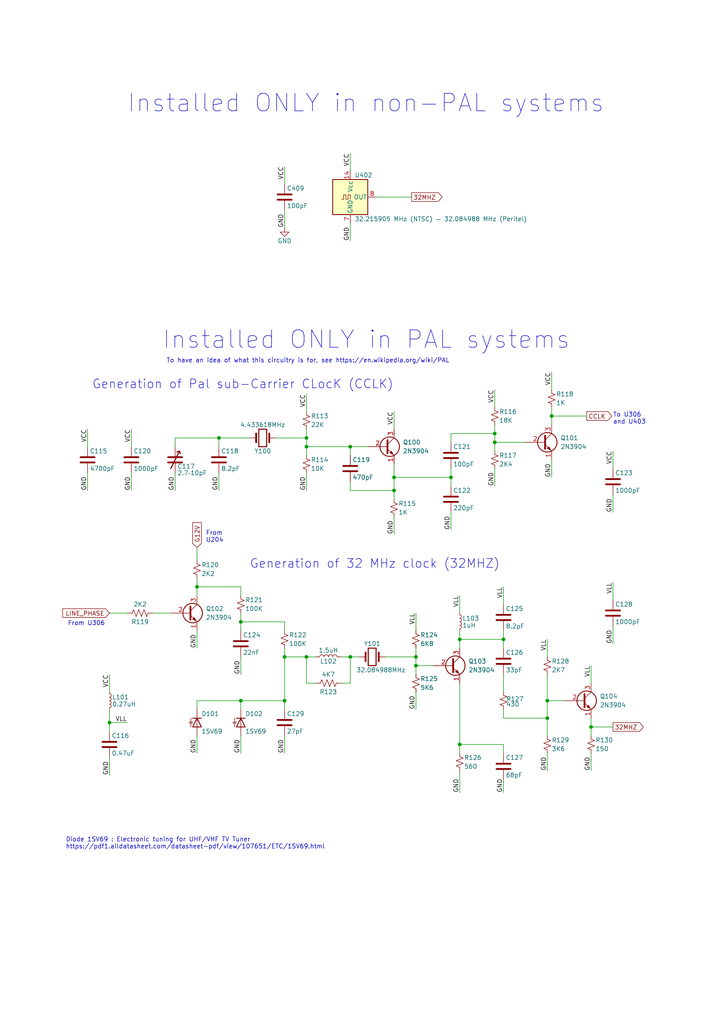
<source format=kicad_sch>
(kicad_sch (version 20230121) (generator eeschema)
  (paper "A4" portrait)
  (title_block (title "Converted schematics of Atari STE") (date "2021-08-31") (rev "1.0.0") (comment 1 "Reference : C300780-001"))
  (lib_symbols
    (symbol "Device:C" (pin_numbers hide) (pin_names (offset 0.254))
      (property "Reference" "C" (at 0.635 2.54 0))
      (property "Value" "C" (at 0.635 -2.54 0))
      (symbol "C_0_1"
        (polyline (pts (xy -2.032 -0.762) (xy 2.032 -0.762)) (stroke (width 0.508)))
        (polyline (pts (xy -2.032 0.762) (xy 2.032 0.762)) (stroke (width 0.508)))
      )
      (symbol "C_1_1"
        (pin passive line (at 0 3.81 270) (length 2.794) (name "~") (number "1"))
        (pin passive line (at 0 -3.81 90) (length 2.794) (name "~") (number "2"))
      )
    )
    (symbol "Device:C_Variable" (pin_numbers hide) (pin_names (offset 0.254) hide)
      (property "Reference" "C" (at 0.635 -1.905 0))
      (property "Value" "C_Variable" (at 0.635 -3.81 0))
      (symbol "C_Variable_0_1"
        (polyline (pts (xy -2.032 -0.762) (xy 2.032 -0.762)) (stroke (width 0.508)))
        (polyline (pts (xy -2.032 0.762) (xy 2.032 0.762)) (stroke (width 0.508)))
        (polyline (pts (xy 1.27 2.54) (xy -1.27 -2.54)) (stroke (width 0.3048)))
        (polyline (pts (xy 1.27 2.54) (xy 0.508 2.286)) (stroke (width 0.3048)))
        (polyline (pts (xy 1.27 2.54) (xy 1.524 1.778)) (stroke (width 0.3048)))
      )
      (symbol "C_Variable_1_1"
        (pin passive line (at 0 3.81 270) (length 3.048) (name "~") (number "1"))
        (pin passive line (at 0 -3.81 90) (length 3.048) (name "~") (number "2"))
      )
    )
    (symbol "Device:Crystal" (pin_numbers hide) (pin_names (offset 1.016) hide)
      (property "Reference" "Y" (at 0 3.81 0))
      (property "Value" "Crystal" (at 0 -3.81 0))
      (symbol "Crystal_0_1"
        (rectangle (start -1.143 2.54) (end 1.143 -2.54) (stroke (width 0.3048)))
        (polyline (pts (xy -2.54 0) (xy -1.905 0)))
        (polyline (pts (xy -1.905 -1.27) (xy -1.905 1.27)) (stroke (width 0.508)))
        (polyline (pts (xy 1.905 -1.27) (xy 1.905 1.27)) (stroke (width 0.508)))
        (polyline (pts (xy 2.54 0) (xy 1.905 0)))
      )
      (symbol "Crystal_1_1"
        (pin passive line (at -3.81 0 0) (length 1.27) (name "1") (number "1"))
        (pin passive line (at 3.81 0 180) (length 1.27) (name "2") (number "2"))
      )
    )
    (symbol "Device:D_Capacitance" (pin_numbers hide) (pin_names (offset 1.016) hide)
      (property "Reference" "D" (at 0 2.54 0))
      (property "Value" "D_Capacitance" (at 0 -3.302 0))
      (symbol "D_Capacitance_0_1"
        (polyline (pts (xy -1.27 -1.778) (xy -0.1524 -1.778)))
        (polyline (pts (xy -1.27 0) (xy 1.27 0)))
        (polyline (pts (xy -1.27 1.27) (xy -1.27 -1.27)) (stroke (width 0.254)))
        (polyline (pts (xy -0.1524 -1.27) (xy -0.1524 -2.286)))
        (polyline (pts (xy 0.1524 -1.778) (xy 1.27 -1.778)))
        (polyline (pts (xy 0.1524 -1.27) (xy 0.1524 -2.286)))
        (polyline (pts (xy 1.27 1.27) (xy 1.27 -1.27) (xy -1.27 0) (xy 1.27 1.27)) (stroke (width 0.254)))
      )
      (symbol "D_Capacitance_1_1"
        (pin passive line (at -3.81 0 0) (length 2.54) (name "K") (number "1"))
        (pin passive line (at 3.81 0 180) (length 2.54) (name "A") (number "2"))
      )
    )
    (symbol "Device:L" (pin_numbers hide) (pin_names (offset 1.016) hide)
      (property "Reference" "L" (at -1.27 0 90))
      (property "Value" "L" (at 1.905 0 90))
      (symbol "L_0_1"
        (arc (start 0 -2.54) (mid 0.6323 -1.905) (end 0 -1.27))
        (arc (start 0 -1.27) (mid 0.6323 -0.635) (end 0 0))
        (arc (start 0 0) (mid 0.6323 0.635) (end 0 1.27))
        (arc (start 0 1.27) (mid 0.6323 1.905) (end 0 2.54))
      )
      (symbol "L_1_1"
        (pin passive line (at 0 3.81 270) (length 1.27) (name "1") (number "1"))
        (pin passive line (at 0 -3.81 90) (length 1.27) (name "2") (number "2"))
      )
    )
    (symbol "Device:L_Small" (pin_numbers hide) (pin_names (offset 0.254) hide)
      (property "Reference" "L" (at 0.762 1.016 0))
      (property "Value" "L_Small" (at 0.762 -1.016 0))
      (symbol "L_Small_0_1"
        (arc (start 0 -2.032) (mid 0.5058 -1.524) (end 0 -1.016))
        (arc (start 0 -1.016) (mid 0.5058 -0.508) (end 0 0))
        (arc (start 0 0) (mid 0.5058 0.508) (end 0 1.016))
        (arc (start 0 1.016) (mid 0.5058 1.524) (end 0 2.032))
      )
      (symbol "L_Small_1_1"
        (pin passive line (at 0 2.54 270) (length 0.508) (name "~") (number "1"))
        (pin passive line (at 0 -2.54 90) (length 0.508) (name "~") (number "2"))
      )
    )
    (symbol "Device:Q_NPN_EBC" (pin_names (offset 0) hide)
      (property "Reference" "Q" (at 5.08 1.27 0))
      (property "Value" "Q_NPN_EBC" (at 5.08 -1.27 0))
      (symbol "Q_NPN_EBC_0_1"
        (polyline (pts (xy 0.635 0.635) (xy 2.54 2.54)))
        (polyline (pts (xy 0.635 -0.635) (xy 2.54 -2.54) (xy 2.54 -2.54)))
        (polyline (pts (xy 0.635 1.905) (xy 0.635 -1.905) (xy 0.635 -1.905)) (stroke (width 0.508)))
        (polyline (pts (xy 1.27 -1.778) (xy 1.778 -1.27) (xy 2.286 -2.286) (xy 1.27 -1.778) (xy 1.27 -1.778)) (fill (type outline)))
        (circle (center 1.27 0) (radius 2.8194) (stroke (width 0.254)))
      )
      (symbol "Q_NPN_EBC_1_1"
        (pin passive line (at 2.54 -5.08 90) (length 2.54) (name "E") (number "1"))
        (pin passive line (at -5.08 0 0) (length 5.715) (name "B") (number "2"))
        (pin passive line (at 2.54 5.08 270) (length 2.54) (name "C") (number "3"))
      )
    )
    (symbol "Device:R_Small_US" (pin_numbers hide) (pin_names (offset 0.254) hide)
      (property "Reference" "R" (at 0.762 0.508 0))
      (property "Value" "R_Small_US" (at 0.762 -1.016 0))
      (symbol "R_Small_US_1_1"
        (polyline (pts (xy 0 0) (xy 1.016 -0.381) (xy 0 -0.762) (xy -1.016 -1.143) (xy 0 -1.524)))
        (polyline (pts (xy 0 1.524) (xy 1.016 1.143) (xy 0 0.762) (xy -1.016 0.381) (xy 0 0)))
        (pin passive line (at 0 2.54 270) (length 1.016) (name "~") (number "1"))
        (pin passive line (at 0 -2.54 90) (length 1.016) (name "~") (number "2"))
      )
    )
    (symbol "Device:R_US" (pin_numbers hide) (pin_names (offset 0))
      (property "Reference" "R" (at 2.54 0 90))
      (property "Value" "R_US" (at -2.54 0 90))
      (symbol "R_US_0_1"
        (polyline (pts (xy 0 -2.286) (xy 0 -2.54)))
        (polyline (pts (xy 0 2.286) (xy 0 2.54)))
        (polyline (pts (xy 0 -0.762) (xy 1.016 -1.143) (xy 0 -1.524) (xy -1.016 -1.905) (xy 0 -2.286)))
        (polyline (pts (xy 0 0.762) (xy 1.016 0.381) (xy 0 0) (xy -1.016 -0.381) (xy 0 -0.762)))
        (polyline (pts (xy 0 2.286) (xy 1.016 1.905) (xy 0 1.524) (xy -1.016 1.143) (xy 0 0.762)))
      )
      (symbol "R_US_1_1"
        (pin passive line (at 0 3.81 270) (length 1.27) (name "~") (number "1"))
        (pin passive line (at 0 -3.81 90) (length 1.27) (name "~") (number "2"))
      )
    )
    (symbol "Oscillator:ACO-xxxMHz" (pin_names (offset 0.254))
      (property "Reference" "X" (at -5.08 6.35 0))
      (property "Value" "ACO-xxxMHz" (at 1.27 -6.35 0))
      (symbol "ACO-xxxMHz_0_1"
        (rectangle (start -5.08 5.08) (end 5.08 -5.08) (stroke (width 0.254)) (fill (type background)))
        (polyline (pts (xy -2.54 -0.635) (xy -1.905 -0.635) (xy -1.905 0.635) (xy -1.27 0.635) (xy -1.27 -0.635) (xy -0.635 -0.635) (xy -0.635 0.635) (xy 0 0.635) (xy 0 -0.635)))
      )
      (symbol "ACO-xxxMHz_1_1"
        (pin no_connect line (at -5.08 2.54 0) (length 2.54) hide (name "NC") (number "1"))
        (pin power_in line (at 0 7.62 270) (length 2.54) (name "Vcc") (number "14"))
        (pin power_in line (at 0 -7.62 90) (length 2.54) (name "GND") (number "7"))
        (pin output line (at 7.62 0 180) (length 2.54) (name "OUT") (number "8"))
      )
    )
    (symbol "power:GND" (power) (pin_names (offset 0))
      (property "Value" "GND" (at 0 -3.81 0))
      (symbol "GND_0_1"
        (polyline (pts (xy 0 0) (xy 0 -1.27) (xy 1.27 -1.27) (xy 0 -2.54) (xy -1.27 -1.27) (xy 0 -1.27)))
      )
      (symbol "GND_1_1"
        (pin power_in line (at 0 0 270) (length 0) hide (name "GND") (number "1"))
      )
    )
  )
  (junction (at 88.9 190.5))
  (junction (at 82.55 203.2))
  (junction (at 158.75 203.2))
  (junction (at 120.65 193.04))
  (junction (at 82.55 190.5))
  (junction (at 57.15 170.18))
  (junction (at 101.6 129.54))
  (junction (at 101.6 190.5))
  (junction (at 133.35 185.42))
  (junction (at 160.02 120.65))
  (junction (at 88.9 127))
  (junction (at 171.45 210.82))
  (junction (at 146.05 185.42))
  (junction (at 88.9 129.54))
  (junction (at 143.51 128.27))
  (junction (at 31.75 209.55))
  (junction (at 143.51 125.73))
  (junction (at 133.35 215.9))
  (junction (at 130.81 138.43))
  (junction (at 114.3 142.24))
  (junction (at 69.85 180.34))
  (junction (at 120.65 190.5))
  (junction (at 63.5 127))
  (junction (at 114.3 138.43))
  (junction (at 69.85 203.2))
  (junction (at 158.75 208.28))
  (wire (pts (xy 143.51 125.73) (xy 143.51 128.27)))
  (wire (pts (xy 88.9 190.5) (xy 88.9 198.12)))
  (wire (pts (xy 82.55 180.34) (xy 82.55 182.88)))
  (wire (pts (xy 57.15 167.64) (xy 57.15 170.18)))
  (wire (pts (xy 160.02 133.35) (xy 160.02 138.43)))
  (wire (pts (xy 146.05 205.74) (xy 146.05 208.28)))
  (wire (pts (xy 120.65 187.96) (xy 120.65 190.5)))
  (wire (pts (xy 171.45 210.82) (xy 177.8 210.82)))
  (wire (pts (xy 120.65 190.5) (xy 120.65 193.04)))
  (wire (pts (xy 57.15 170.18) (xy 69.85 170.18)))
  (wire (pts (xy 133.35 198.12) (xy 133.35 215.9)))
  (wire (pts (xy 82.55 190.5) (xy 88.9 190.5)))
  (wire (pts (xy 177.8 173.99) (xy 177.8 168.91)))
  (wire (pts (xy 88.9 127) (xy 88.9 129.54)))
  (wire (pts (xy 158.75 185.42) (xy 158.75 190.5)))
  (wire (pts (xy 143.51 113.03) (xy 143.51 118.11)))
  (wire (pts (xy 57.15 158.75) (xy 57.15 162.56)))
  (wire (pts (xy 38.1 129.54) (xy 38.1 124.46)))
  (wire (pts (xy 82.55 60.96) (xy 82.55 66.04)))
  (wire (pts (xy 143.51 128.27) (xy 152.4 128.27)))
  (wire (pts (xy 171.45 218.44) (xy 171.45 223.52)))
  (wire (pts (xy 69.85 180.34) (xy 69.85 177.8)))
  (wire (pts (xy 114.3 138.43) (xy 114.3 142.24)))
  (wire (pts (xy 80.01 127) (xy 88.9 127)))
  (wire (pts (xy 63.5 127) (xy 72.39 127)))
  (wire (pts (xy 158.75 208.28) (xy 158.75 213.36)))
  (wire (pts (xy 160.02 120.65) (xy 170.18 120.65)))
  (wire (pts (xy 101.6 132.08) (xy 101.6 129.54)))
  (wire (pts (xy 146.05 208.28) (xy 158.75 208.28)))
  (wire (pts (xy 101.6 142.24) (xy 101.6 139.7)))
  (wire (pts (xy 50.8 142.24) (xy 50.8 137.16)))
  (wire (pts (xy 99.06 198.12) (xy 101.6 198.12)))
  (wire (pts (xy 69.85 170.18) (xy 69.85 172.72)))
  (wire (pts (xy 31.75 224.79) (xy 31.75 219.71)))
  (wire (pts (xy 171.45 210.82) (xy 171.45 213.36)))
  (wire (pts (xy 133.35 215.9) (xy 146.05 215.9)))
  (wire (pts (xy 63.5 142.24) (xy 63.5 137.16)))
  (wire (pts (xy 50.8 129.54) (xy 50.8 127)))
  (wire (pts (xy 31.75 209.55) (xy 31.75 212.09)))
  (wire (pts (xy 114.3 149.86) (xy 114.3 154.94)))
  (wire (pts (xy 88.9 198.12) (xy 91.44 198.12)))
  (wire (pts (xy 143.51 128.27) (xy 143.51 130.81)))
  (wire (pts (xy 133.35 185.42) (xy 133.35 187.96)))
  (wire (pts (xy 158.75 203.2) (xy 163.83 203.2)))
  (wire (pts (xy 146.05 182.88) (xy 146.05 185.42)))
  (wire (pts (xy 69.85 203.2) (xy 57.15 203.2)))
  (wire (pts (xy 177.8 148.59) (xy 177.8 143.51)))
  (wire (pts (xy 130.81 125.73) (xy 143.51 125.73)))
  (wire (pts (xy 120.65 200.66) (xy 120.65 205.74)))
  (wire (pts (xy 146.05 185.42) (xy 146.05 187.96)))
  (wire (pts (xy 63.5 127) (xy 63.5 129.54)))
  (wire (pts (xy 143.51 123.19) (xy 143.51 125.73)))
  (wire (pts (xy 25.4 124.46) (xy 25.4 129.54)))
  (wire (pts (xy 130.81 138.43) (xy 130.81 140.97)))
  (wire (pts (xy 130.81 148.59) (xy 130.81 153.67)))
  (wire (pts (xy 57.15 203.2) (xy 57.15 205.74)))
  (wire (pts (xy 101.6 129.54) (xy 106.68 129.54)))
  (wire (pts (xy 82.55 48.26) (xy 82.55 53.34)))
  (wire (pts (xy 146.05 195.58) (xy 146.05 200.66)))
  (wire (pts (xy 111.76 190.5) (xy 120.65 190.5)))
  (wire (pts (xy 88.9 114.3) (xy 88.9 119.38)))
  (wire (pts (xy 160.02 107.95) (xy 160.02 113.03)))
  (wire (pts (xy 133.35 185.42) (xy 146.05 185.42)))
  (wire (pts (xy 101.6 44.45) (xy 101.6 49.53)))
  (wire (pts (xy 114.3 142.24) (xy 114.3 144.78)))
  (wire (pts (xy 38.1 142.24) (xy 38.1 137.16)))
  (wire (pts (xy 158.75 218.44) (xy 158.75 223.52)))
  (wire (pts (xy 177.8 135.89) (xy 177.8 130.81)))
  (wire (pts (xy 133.35 215.9) (xy 133.35 218.44)))
  (wire (pts (xy 130.81 135.89) (xy 130.81 138.43)))
  (wire (pts (xy 69.85 182.88) (xy 69.85 180.34)))
  (wire (pts (xy 114.3 119.38) (xy 114.3 124.46)))
  (wire (pts (xy 57.15 182.88) (xy 57.15 187.96)))
  (wire (pts (xy 160.02 118.11) (xy 160.02 120.65)))
  (wire (pts (xy 69.85 218.44) (xy 69.85 213.36)))
  (wire (pts (xy 82.55 190.5) (xy 82.55 187.96)))
  (wire (pts (xy 133.35 182.88) (xy 133.35 185.42)))
  (wire (pts (xy 158.75 195.58) (xy 158.75 203.2)))
  (wire (pts (xy 25.4 137.16) (xy 25.4 142.24)))
  (wire (pts (xy 146.05 170.18) (xy 146.05 175.26)))
  (wire (pts (xy 143.51 135.89) (xy 143.51 140.97)))
  (wire (pts (xy 101.6 190.5) (xy 104.14 190.5)))
  (wire (pts (xy 50.8 127) (xy 63.5 127)))
  (wire (pts (xy 133.35 172.72) (xy 133.35 177.8)))
  (wire (pts (xy 114.3 142.24) (xy 101.6 142.24)))
  (wire (pts (xy 82.55 203.2) (xy 82.55 190.5)))
  (wire (pts (xy 160.02 120.65) (xy 160.02 123.19)))
  (wire (pts (xy 44.45 177.8) (xy 49.53 177.8)))
  (wire (pts (xy 31.75 195.58) (xy 31.75 200.66)))
  (wire (pts (xy 133.35 229.87) (xy 133.35 223.52)))
  (wire (pts (xy 109.22 57.15) (xy 119.38 57.15)))
  (wire (pts (xy 82.55 218.44) (xy 82.55 213.36)))
  (wire (pts (xy 57.15 218.44) (xy 57.15 213.36)))
  (wire (pts (xy 82.55 205.74) (xy 82.55 203.2)))
  (wire (pts (xy 120.65 193.04) (xy 120.65 195.58)))
  (wire (pts (xy 69.85 195.58) (xy 69.85 190.5)))
  (wire (pts (xy 88.9 137.16) (xy 88.9 142.24)))
  (wire (pts (xy 69.85 203.2) (xy 69.85 205.74)))
  (wire (pts (xy 101.6 64.77) (xy 101.6 69.85)))
  (wire (pts (xy 88.9 190.5) (xy 91.44 190.5)))
  (wire (pts (xy 31.75 209.55) (xy 36.83 209.55)))
  (wire (pts (xy 101.6 198.12) (xy 101.6 190.5)))
  (wire (pts (xy 146.05 215.9) (xy 146.05 218.44)))
  (wire (pts (xy 114.3 134.62) (xy 114.3 138.43)))
  (wire (pts (xy 171.45 208.28) (xy 171.45 210.82)))
  (wire (pts (xy 31.75 205.74) (xy 31.75 209.55)))
  (wire (pts (xy 146.05 229.87) (xy 146.05 226.06)))
  (wire (pts (xy 57.15 170.18) (xy 57.15 172.72)))
  (wire (pts (xy 114.3 138.43) (xy 130.81 138.43)))
  (wire (pts (xy 88.9 124.46) (xy 88.9 127)))
  (wire (pts (xy 130.81 128.27) (xy 130.81 125.73)))
  (wire (pts (xy 177.8 186.69) (xy 177.8 181.61)))
  (wire (pts (xy 82.55 203.2) (xy 69.85 203.2)))
  (wire (pts (xy 88.9 129.54) (xy 88.9 132.08)))
  (wire (pts (xy 171.45 193.04) (xy 171.45 198.12)))
  (wire (pts (xy 120.65 177.8) (xy 120.65 182.88)))
  (wire (pts (xy 158.75 203.2) (xy 158.75 208.28)))
  (wire (pts (xy 120.65 193.04) (xy 125.73 193.04)))
  (wire (pts (xy 88.9 129.54) (xy 101.6 129.54)))
  (wire (pts (xy 31.75 177.8) (xy 36.83 177.8)))
  (wire (pts (xy 69.85 180.34) (xy 82.55 180.34)))
  (wire (pts (xy 99.06 190.5) (xy 101.6 190.5)))
  (text "Installed ONLY in non-PAL systems" (at 36.83 33.02 0) (effects (font (size 5.08 5.08)) (justify left bottom)))
  (text "From \nU204" (at 59.69 157.48 0) (effects (font (size 1.27 1.27)) (justify left bottom)))
  (text "Diode 1SV69 : Electronic tuning for UHF/VHF TV Tuner\nhttps://pdf1.alldatasheet.com/datasheet-pdf/view/107651/ETC/1SV69.html" (at 19.05 246.38 0) (effects (font (size 1.27 1.27)) (justify left bottom)))
  (text "Generation of Pal sub-Carrier CLocK (CCLK)" (at 26.67 113.03 0) (effects (font (size 2.54 2.54)) (justify left bottom)))
  (text "Generation of 32 MHz clock (32MHZ)" (at 72.39 165.1 0) (effects (font (size 2.54 2.54)) (justify left bottom)))
  (text "From U306" (at 30.48 181.61 0) (effects (font (size 1.27 1.27)) (justify right bottom)))
  (text "To U306\nand U403" (at 177.8 123.19 0) (effects (font (size 1.27 1.27)) (justify left bottom)))
  (text "Installed ONLY in PAL systems" (at 46.99 101.6 0) (effects (font (size 5.08 5.08)) (justify left bottom)))
  (text "To have an idea of what this circuitry is for, see https://en.wikipedia.org/wiki/PAL" (at 48.26 105.41 0) (effects (font (size 1.27 1.27)) (justify left bottom)))
  (label "GND" (at 25.4 142.24 90))
  (label "GND" (at 31.75 224.79 90))
  (label "GND" (at 114.3 154.94 90))
  (label "VLL" (at 146.05 170.18 270))
  (label "VCC" (at 177.8 130.81 270))
  (label "GND" (at 63.5 142.24 90))
  (label "GND" (at 177.8 148.59 90))
  (label "GND" (at 146.05 229.87 90))
  (label "VCC" (at 82.55 48.26 270))
  (label "VLL" (at 158.75 185.42 270))
  (label "VCC" (at 160.02 107.95 270))
  (label "VLL" (at 36.83 209.55 180))
  (label "GND" (at 160.02 138.43 90))
  (label "GND" (at 82.55 218.44 90))
  (label "VCC" (at 101.6 44.45 270))
  (label "VLL" (at 171.45 193.04 270))
  (label "VCC" (at 88.9 114.3 270))
  (label "GND" (at 50.8 142.24 90))
  (label "GND" (at 82.55 66.04 90))
  (label "GND" (at 130.81 153.67 90))
  (label "GND" (at 177.8 186.69 90))
  (label "VLL" (at 177.8 168.91 270))
  (label "GND" (at 143.51 140.97 90))
  (label "VCC" (at 114.3 119.38 270))
  (label "GND" (at 171.45 223.52 90))
  (label "VCC" (at 25.4 124.46 270))
  (label "GND" (at 57.15 218.44 90))
  (label "VLL" (at 133.35 172.72 270))
  (label "GND" (at 69.85 195.58 90))
  (label "GND" (at 38.1 142.24 90))
  (label "VLL" (at 120.65 177.8 270))
  (label "VCC" (at 31.75 195.58 270))
  (label "GND" (at 57.15 187.96 90))
  (label "GND" (at 101.6 69.85 90))
  (label "GND" (at 133.35 229.87 90))
  (label "VCC" (at 143.51 113.03 270))
  (label "GND" (at 158.75 223.52 90))
  (label "GND" (at 120.65 205.74 90))
  (label "GND" (at 69.85 218.44 90))
  (label "VCC" (at 38.1 124.46 270))
  (label "GND" (at 88.9 142.24 90))
  (global_label "CCLK" (shape output) (at 170.18 120.65 0) (property "Intersheetrefs" "${INTERSHEET_REFS}" (effects hide)))
  (global_label "32MHZ" (shape output) (at 119.38 57.15 0) (property "Intersheetrefs" "${INTERSHEET_REFS}" (effects hide)))
  (global_label "LINE_PHASE" (shape input) (at 31.75 177.8 180) (property "Intersheetrefs" "${INTERSHEET_REFS}" (effects hide)))
  (global_label "G12V" (shape input) (at 57.15 158.75 90) (property "Intersheetrefs" "${INTERSHEET_REFS}" (effects hide)))
  (global_label "32MHZ" (shape output) (at 177.8 210.82 0) (property "Intersheetrefs" "${INTERSHEET_REFS}" (effects hide)))
  (symbol (lib_id "Device:C") (at 25.4 133.35 0) (unit 1)
    (property "Reference" "C115" (at 26.035 130.81 0) (effects (justify left)))
    (property "Value" "4700pF" (at 26.035 135.89 0) (effects (justify left)))
    (property "Footprint" "commons_passives_THT:Passive_THT_capacitor_W2.54mm_L10.16mm" (effects hide))
  )
  (symbol (lib_id "Device:C") (at 38.1 133.35 0) (unit 1)
    (property "Reference" "C120" (at 38.735 130.81 0) (effects (justify left)))
    (property "Value" "1000pF" (at 38.735 135.89 0) (effects (justify left)))
    (property "Footprint" "commons_passives_THT:Passive_THT_capacitor_W2.54mm_L12.70mm" (effects hide))
  )
  (symbol (lib_id "Device:R_Small_US") (at 88.9 121.92 0) (unit 1)
    (property "Reference" "R113" (at 90.17 120.65 0) (effects (justify left)))
    (property "Value" "22K" (at 90.17 123.19 0) (effects (justify left)))
    (property "Footprint" "commons_passives_THT:Passive_THT_resistor_W2.54mm_L12.70mm" (effects hide))
  )
  (symbol (lib_id "Device:R_Small_US") (at 88.9 134.62 0) (unit 1)
    (property "Reference" "R114" (at 90.17 133.35 0) (effects (justify left)))
    (property "Value" "10K" (at 90.17 135.89 0) (effects (justify left)))
    (property "Footprint" "commons_passives_THT:Passive_THT_resistor_W2.54mm_L12.70mm" (effects hide))
  )
  (symbol (lib_id "Device:R_Small_US") (at 143.51 120.65 0) (unit 1)
    (property "Reference" "R116" (at 144.78 119.38 0) (effects (justify left)))
    (property "Value" "18K" (at 144.78 121.92 0) (effects (justify left)))
    (property "Footprint" "commons_passives_THT:Passive_THT_resistor_W2.54mm_L12.70mm" (effects hide))
  )
  (symbol (lib_id "Device:R_Small_US") (at 143.51 133.35 0) (unit 1)
    (property "Reference" "R117" (at 144.78 132.08 0) (effects (justify left)))
    (property "Value" "2K4" (at 144.78 134.62 0) (effects (justify left)))
    (property "Footprint" "commons_passives_THT:Passive_THT_resistor_W2.54mm_L12.70mm" (effects hide))
  )
  (symbol (lib_id "Device:Crystal") (at 76.2 127 180) (unit 1)
    (property "Reference" "Y100" (at 76.2 130.81 0))
    (property "Value" "4.433618MHz" (at 76.2 123.19 0))
    (property "Footprint" "Crystal:Crystal_HC18-U_Horizontal" (effects hide))
  )
  (symbol (lib_id "Device:C") (at 63.5 133.35 0) (unit 1)
    (property "Reference" "C118" (at 64.135 130.81 0) (effects (justify left)))
    (property "Value" "8.2pF" (at 64.135 135.89 0) (effects (justify left)))
    (property "Footprint" "commons_passives_THT:Passive_THT_capacitor_W2.54mm_L12.70mm" (effects hide))
  )
  (symbol (lib_id "Device:C_Variable") (at 50.8 133.35 0) (unit 1)
    (property "Reference" "C117" (at 51.435 135.255 0) (effects (justify left)))
    (property "Value" "2.7–10pF" (at 51.435 137.16 0) (effects (justify left)))
    (property "Footprint" "commons_passives_THT:Passive_THT_variable_capacitor_rad_D7.62mm_P5.08mm" (effects hide))
  )
  (symbol (lib_id "Device:Q_NPN_EBC") (at 111.76 129.54 0) (unit 1)
    (property "Reference" "Q100" (at 116.84 128.27 0) (effects (justify left)))
    (property "Value" "2N3904" (at 116.84 130.81 0) (effects (justify left)))
    (property "Footprint" "Package_TO_SOT_THT:TO-92_Inline_Wide" (effects hide))
  )
  (symbol (lib_id "Device:C") (at 101.6 135.89 0) (unit 1)
    (property "Reference" "C119" (at 102.235 133.35 0) (effects (justify left)))
    (property "Value" "470pF" (at 102.235 138.43 0) (effects (justify left)))
    (property "Footprint" "commons_passives_THT:Passive_THT_capacitor_W2.54mm_L12.70mm" (effects hide))
  )
  (symbol (lib_id "Device:R_Small_US") (at 114.3 147.32 0) (unit 1)
    (property "Reference" "R115" (at 115.57 146.05 0) (effects (justify left)))
    (property "Value" "1K" (at 115.57 148.59 0) (effects (justify left)))
    (property "Footprint" "commons_passives_THT:Passive_THT_resistor_W2.54mm_L12.70mm" (effects hide))
  )
  (symbol (lib_id "Device:C") (at 130.81 132.08 0) (unit 1)
    (property "Reference" "C121" (at 131.445 129.54 0) (effects (justify left)))
    (property "Value" "100pF" (at 131.445 134.62 0) (effects (justify left)))
    (property "Footprint" "commons_passives_THT:Passive_THT_capacitor_W2.54mm_L10.16mm" (effects hide))
  )
  (symbol (lib_id "Device:C") (at 130.81 144.78 0) (unit 1)
    (property "Reference" "C122" (at 131.445 142.24 0) (effects (justify left)))
    (property "Value" "220pF" (at 131.445 147.32 0) (effects (justify left)))
    (property "Footprint" "commons_passives_THT:Passive_THT_capacitor_W2.54mm_L12.70mm" (effects hide))
  )
  (symbol (lib_id "Device:Q_NPN_EBC") (at 157.48 128.27 0) (unit 1)
    (property "Reference" "Q101" (at 162.56 127 0) (effects (justify left)))
    (property "Value" "2N3904" (at 162.56 129.54 0) (effects (justify left)))
    (property "Footprint" "Package_TO_SOT_THT:TO-92_Inline_Wide" (effects hide))
  )
  (symbol (lib_id "Device:R_Small_US") (at 160.02 115.57 0) (unit 1)
    (property "Reference" "R118" (at 161.29 114.3 0) (effects (justify left)))
    (property "Value" "1K" (at 161.29 116.84 0) (effects (justify left)))
    (property "Footprint" "commons_passives_THT:Passive_THT_resistor_W2.54mm_L12.70mm" (effects hide))
  )
  (symbol (lib_id "Device:L_Small") (at 31.75 203.2 0) (unit 1)
    (property "Reference" "L101" (at 32.512 202.184 0) (effects (justify left)))
    (property "Value" "0.27uH" (at 32.512 204.216 0) (effects (justify left)))
    (property "Footprint" "commons_passives_THT:Passive_THT_inductor_W5.08mm_L15.24mm" (effects hide))
  )
  (symbol (lib_id "Device:C") (at 31.75 215.9 0) (unit 1)
    (property "Reference" "C116" (at 32.385 213.36 0) (effects (justify left)))
    (property "Value" "0.47uF" (at 32.385 218.44 0) (effects (justify left)))
    (property "Footprint" "commons_passives_THT:Passive_THT_capacitor_mlcc_W2.54mm_L10.16mm" (effects hide))
  )
  (symbol (lib_id "Device:R_US") (at 40.64 177.8 270) (unit 1)
    (property "Reference" "R119" (at 40.64 180.34 90))
    (property "Value" "2K2" (at 40.64 175.26 90))
    (property "Footprint" "commons_passives_THT:Passive_THT_resistor_W2.54mm_L12.70mm" (effects hide))
  )
  (symbol (lib_id "Device:Q_NPN_EBC") (at 54.61 177.8 0) (unit 1)
    (property "Reference" "Q102" (at 59.69 176.53 0) (effects (justify left)))
    (property "Value" "2N3904" (at 59.69 179.07 0) (effects (justify left)))
    (property "Footprint" "Package_TO_SOT_THT:TO-92_Inline_Wide" (effects hide))
  )
  (symbol (lib_id "Device:R_Small_US") (at 57.15 165.1 0) (unit 1)
    (property "Reference" "R120" (at 58.42 163.83 0) (effects (justify left)))
    (property "Value" "2K2" (at 58.42 166.37 0) (effects (justify left)))
    (property "Footprint" "commons_passives_THT:Passive_THT_resistor_W2.54mm_L12.70mm" (effects hide))
  )
  (symbol (lib_id "Device:R_Small_US") (at 69.85 175.26 0) (unit 1)
    (property "Reference" "R121" (at 71.12 173.99 0) (effects (justify left)))
    (property "Value" "100K" (at 71.12 176.53 0) (effects (justify left)))
    (property "Footprint" "commons_passives_THT:Passive_THT_resistor_W2.54mm_L12.70mm" (effects hide))
  )
  (symbol (lib_id "Device:C") (at 69.85 186.69 0) (unit 1)
    (property "Reference" "C124" (at 70.485 184.15 0) (effects (justify left)))
    (property "Value" "22nF" (at 70.485 189.23 0) (effects (justify left)))
    (property "Footprint" "commons_passives_THT:Passive_THT_capacitor_W2.54mm_L10.16mm" (effects hide))
  )
  (symbol (lib_id "Device:R_Small_US") (at 82.55 185.42 0) (unit 1)
    (property "Reference" "R122" (at 83.82 184.15 0) (effects (justify left)))
    (property "Value" "100K" (at 83.82 186.69 0) (effects (justify left)))
    (property "Footprint" "commons_passives_THT:Passive_THT_resistor_W2.54mm_L12.70mm" (effects hide))
  )
  (symbol (lib_id "Device:L") (at 95.25 190.5 90) (unit 1)
    (property "Reference" "L102" (at 95.25 191.77 90))
    (property "Value" "1.5uH" (at 95.25 188.595 90))
    (property "Footprint" "commons_passives_THT:Passive_THT_inductor_W5.08mm_L15.24mm" (effects hide))
  )
  (symbol (lib_id "Device:R_US") (at 95.25 198.12 270) (unit 1)
    (property "Reference" "R123" (at 95.25 200.66 90))
    (property "Value" "4K7" (at 95.25 195.58 90))
    (property "Footprint" "commons_passives_THT:Passive_THT_resistor_W2.54mm_L12.70mm" (effects hide))
  )
  (symbol (lib_id "Device:C") (at 82.55 209.55 0) (unit 1)
    (property "Reference" "C129" (at 83.185 207.01 0) (effects (justify left)))
    (property "Value" "27pF" (at 83.185 212.09 0) (effects (justify left)))
    (property "Footprint" "commons_passives_THT:Passive_THT_capacitor_W2.54mm_L10.16mm" (effects hide))
  )
  (symbol (lib_id "Device:D_Capacitance") (at 69.85 209.55 270) (unit 1)
    (property "Reference" "D102" (at 71.12 207.01 90) (effects (justify left)))
    (property "Value" "1SV69" (at 71.12 212.09 90) (effects (justify left)))
    (property "Footprint" "commons_passives_THT:Passive_THT_diode_W2.54mm_L12.70mm" (effects hide))
  )
  (symbol (lib_id "Device:D_Capacitance") (at 57.15 209.55 270) (unit 1)
    (property "Reference" "D101" (at 58.42 207.01 90) (effects (justify left)))
    (property "Value" "1SV69" (at 58.42 212.09 90) (effects (justify left)))
    (property "Footprint" "commons_passives_THT:Passive_THT_diode_W2.54mm_L12.70mm" (effects hide))
  )
  (symbol (lib_id "Device:Crystal") (at 107.95 190.5 0) (unit 1)
    (property "Reference" "Y101" (at 107.95 186.69 0))
    (property "Value" "32.084988MHz" (at 110.49 194.31 0))
    (property "Footprint" "Crystal:Crystal_HC18-U_Horizontal" (effects hide))
  )
  (symbol (lib_id "Device:R_Small_US") (at 120.65 185.42 0) (unit 1)
    (property "Reference" "R124" (at 121.92 184.15 0) (effects (justify left)))
    (property "Value" "6K8" (at 121.92 186.69 0) (effects (justify left)))
    (property "Footprint" "commons_passives_THT:Passive_THT_resistor_W2.54mm_L12.70mm" (effects hide))
  )
  (symbol (lib_id "Device:R_Small_US") (at 120.65 198.12 0) (unit 1)
    (property "Reference" "R125" (at 121.92 196.85 0) (effects (justify left)))
    (property "Value" "5K6" (at 121.92 199.39 0) (effects (justify left)))
    (property "Footprint" "commons_passives_THT:Passive_THT_resistor_W2.54mm_L12.70mm" (effects hide))
  )
  (symbol (lib_id "Device:Q_NPN_EBC") (at 130.81 193.04 0) (unit 1)
    (property "Reference" "Q103" (at 135.89 191.77 0) (effects (justify left)))
    (property "Value" "2N3904" (at 135.89 194.31 0) (effects (justify left)))
    (property "Footprint" "Package_TO_SOT_THT:TO-92_Inline_Wide" (effects hide))
  )
  (symbol (lib_id "Device:L_Small") (at 133.35 180.34 0) (unit 1)
    (property "Reference" "L103" (at 134.112 179.324 0) (effects (justify left)))
    (property "Value" "1uH" (at 134.112 181.356 0) (effects (justify left)))
    (property "Footprint" "commons_passives_THT:Passive_THT_inductor_W5.08mm_L15.24mm" (effects hide))
  )
  (symbol (lib_id "Device:R_Small_US") (at 133.35 220.98 0) (unit 1)
    (property "Reference" "R126" (at 134.62 219.71 0) (effects (justify left)))
    (property "Value" "560" (at 134.62 222.25 0) (effects (justify left)))
    (property "Footprint" "commons_passives_THT:Passive_THT_resistor_W2.54mm_L12.70mm" (effects hide))
  )
  (symbol (lib_id "Device:C") (at 146.05 222.25 0) (unit 1)
    (property "Reference" "C127" (at 146.685 219.71 0) (effects (justify left)))
    (property "Value" "68pF" (at 146.685 224.79 0) (effects (justify left)))
    (property "Footprint" "commons_passives_THT:Passive_THT_capacitor_W2.54mm_L10.16mm" (effects hide))
  )
  (symbol (lib_id "Device:C") (at 146.05 179.07 0) (unit 1)
    (property "Reference" "C125" (at 146.685 176.53 0) (effects (justify left)))
    (property "Value" "8.2pF" (at 146.685 181.61 0) (effects (justify left)))
    (property "Footprint" "commons_passives_THT:Passive_THT_capacitor_W2.54mm_L10.16mm" (effects hide))
  )
  (symbol (lib_id "Device:C") (at 146.05 191.77 0) (unit 1)
    (property "Reference" "C126" (at 146.685 189.23 0) (effects (justify left)))
    (property "Value" "33pF" (at 146.685 194.31 0) (effects (justify left)))
    (property "Footprint" "commons_passives_THT:Passive_THT_capacitor_W2.54mm_L10.16mm" (effects hide))
  )
  (symbol (lib_id "Device:R_Small_US") (at 146.05 203.2 0) (unit 1)
    (property "Reference" "R127" (at 146.812 202.692 0) (effects (justify left)))
    (property "Value" "430" (at 146.812 204.216 0) (effects (justify left)))
    (property "Footprint" "commons_passives_THT:Passive_THT_resistor_W2.54mm_L12.70mm" (effects hide))
  )
  (symbol (lib_id "Device:R_Small_US") (at 158.75 193.04 0) (unit 1)
    (property "Reference" "R128" (at 160.02 191.77 0) (effects (justify left)))
    (property "Value" "2K7" (at 160.02 194.31 0) (effects (justify left)))
    (property "Footprint" "commons_passives_THT:Passive_THT_resistor_W2.54mm_L12.70mm" (effects hide))
  )
  (symbol (lib_id "Device:R_Small_US") (at 158.75 215.9 0) (unit 1)
    (property "Reference" "R129" (at 160.02 214.63 0) (effects (justify left)))
    (property "Value" "3K6" (at 160.02 217.17 0) (effects (justify left)))
    (property "Footprint" "commons_passives_THT:Passive_THT_resistor_W2.54mm_L12.70mm" (effects hide))
  )
  (symbol (lib_id "Device:Q_NPN_EBC") (at 168.91 203.2 0) (unit 1)
    (property "Reference" "Q104" (at 173.99 201.93 0) (effects (justify left)))
    (property "Value" "2N3904" (at 173.99 204.47 0) (effects (justify left)))
    (property "Footprint" "Package_TO_SOT_THT:TO-92_Inline_Wide" (effects hide))
  )
  (symbol (lib_id "Device:R_Small_US") (at 171.45 215.9 0) (unit 1)
    (property "Reference" "R130" (at 172.72 214.63 0) (effects (justify left)))
    (property "Value" "150" (at 172.72 217.17 0) (effects (justify left)))
    (property "Footprint" "commons_passives_THT:Passive_THT_resistor_W2.54mm_L12.70mm" (effects hide))
  )
  (symbol (lib_id "Device:C") (at 177.8 139.7 0) (unit 1)
    (property "Reference" "C123" (at 178.435 137.16 0) (effects (justify left)))
    (property "Value" "1000pF" (at 178.435 142.24 0) (effects (justify left)))
    (property "Footprint" "commons_passives_THT:Passive_THT_capacitor_W2.54mm_L10.16mm" (effects hide))
  )
  (symbol (lib_id "Device:C") (at 177.8 177.8 0) (unit 1)
    (property "Reference" "C128" (at 178.435 175.26 0) (effects (justify left)))
    (property "Value" "1000pF" (at 178.435 180.34 0) (effects (justify left)))
    (property "Footprint" "commons_passives_THT:Passive_THT_capacitor_W2.54mm_L10.16mm" (effects hide))
  )
  (symbol (lib_id "Oscillator:ACO-xxxMHz") (at 101.6 57.15 0) (unit 1)
    (property "Reference" "U402" (at 102.87 50.8 0) (effects (justify left)))
    (property "Value" "32.215905 MHz (NTSC) — 32.084988 MHz (Peritel)" (at 102.87 63.5 0) (effects (justify left)))
    (property "Footprint" "Oscillator:Oscillator_DIP-14" (effects hide))
    (property "Datasheet" "http://www.conwin.com/datasheets/cx/cx030.pdf" (effects hide))
  )
  (symbol (lib_id "Device:C") (at 82.55 57.15 0) (unit 1)
    (property "Reference" "C409" (at 83.185 54.61 0) (effects (justify left)))
    (property "Value" "100pF" (at 83.185 59.69 0) (effects (justify left)))
    (property "Footprint" "commons_passives_THT:Passive_THT_capacitor_mlcc_W2.54mm_L7.62mm" (effects hide))
  )
  (symbol (lib_id "power:GND") (at 82.55 66.04 0) (unit 1)
    (property "Reference" "#PWR06" (effects hide))
    (property "Value" "GND" (at 82.55 69.85 0))
  )
)
</source>
